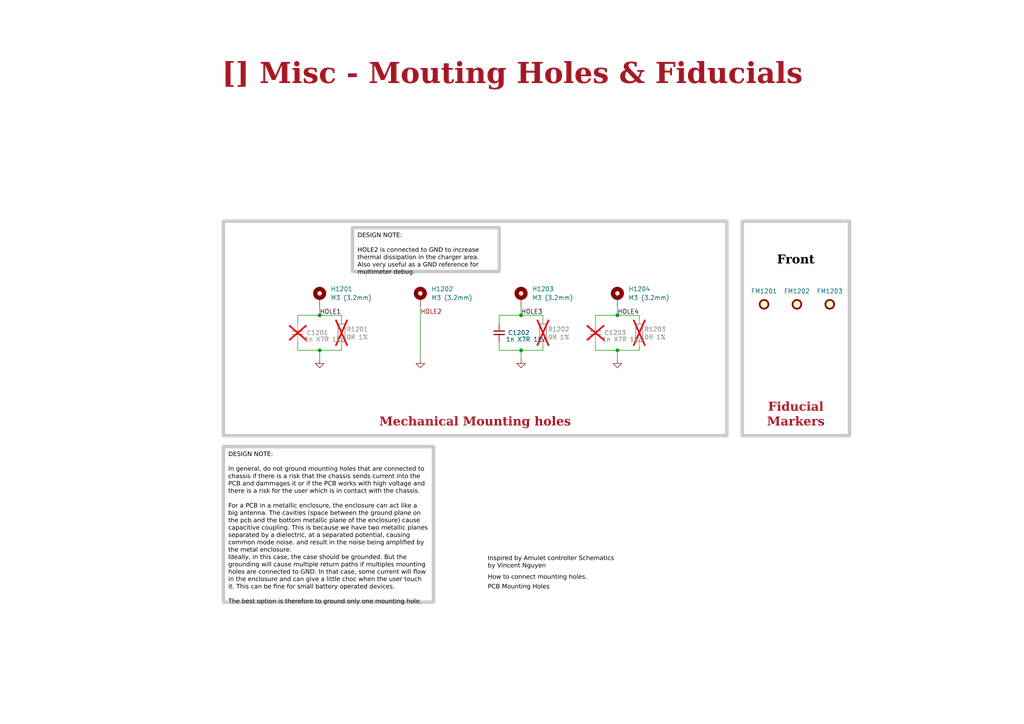
<source format=kicad_sch>
(kicad_sch (version 20250114) (generator "eeschema") (generator_version "9.0")
  (paper "A4")
  (title_block (title "Misc - Mouting Holes & Fiducials") (date "2025-09-04") (rev "${REVISION}") (company "${COMPANY}"))
  (lib_symbols
    (symbol "Device:C_Small" (pin_numbers (hide yes)) (pin_names (offset 0.254) (hide yes))
      (property "Reference" "C" (at 0.254 1.778 0))
      (property "Value" "C_Small" (at 0.254 -2.032 0))
      (symbol "C_Small_0_1"
        (polyline (pts (xy -1.524 0.508) (xy 1.524 0.508)) (stroke (width 0.3048)))
        (polyline (pts (xy -1.524 -0.508) (xy 1.524 -0.508)) (stroke (width 0.3302)))
      )
      (symbol "C_Small_1_1"
        (pin passive line (at 0 2.54 270) (length 2.032) (name "~") (number "1"))
        (pin passive line (at 0 -2.54 90) (length 2.032) (name "~") (number "2"))
      )
    )
    (symbol "Device:R" (pin_numbers (hide yes)) (pin_names (offset 0))
      (property "Reference" "R" (at 2.032 0 90))
      (property "Value" "R" (at 0 0 90))
      (symbol "R_0_1"
        (rectangle (start -1.016 -2.54) (end 1.016 2.54) (stroke (width 0.254)))
      )
      (symbol "R_1_1"
        (pin passive line (at 0 3.81 270) (length 1.27) (name "~") (number "1"))
        (pin passive line (at 0 -3.81 90) (length 1.27) (name "~") (number "2"))
      )
    )
    (symbol "Mechanical:Fiducial"
      (property "Reference" "FID" (at 0 5.08 0))
      (property "Value" "Fiducial" (at 0 3.175 0))
      (symbol "Fiducial_0_1"
        (circle (center 0 0) (radius 1.27) (stroke (width 0.508)) (fill (type background)))
      )
    )
    (symbol "Mechanical:MountingHole_Pad" (pin_numbers (hide yes)) (pin_names (offset 1.016) (hide yes))
      (property "Reference" "H" (at 0 6.35 0))
      (property "Value" "MountingHole_Pad" (at 0 4.445 0))
      (symbol "MountingHole_Pad_0_1"
        (circle (center 0 1.27) (radius 1.27) (stroke (width 1.27)))
      )
      (symbol "MountingHole_Pad_1_1"
        (pin input line (at 0 -2.54 90) (length 2.54) (name "1") (number "1"))
      )
    )
    (symbol "power:GND" (power) (pin_names (offset 0))
      (property "Value" "GND" (at 0 -3.81 0))
      (symbol "GND_0_1"
        (polyline (pts (xy 0 0) (xy 0 -1.27) (xy 1.27 -1.27) (xy 0 -2.54) (xy -1.27 -1.27) (xy 0 -1.27)))
      )
      (symbol "GND_1_1"
        (pin power_in line (at 0 0 270) (length 0) (hide yes) (name "GND") (number "1"))
      )
    )
  )
  (rectangle (start 215.265 64.135) (end 246.38 126.365) (stroke (width 1) (color 200 200 200 1)))
  (rectangle (start 64.77 64.135) (end 210.82 126.365) (stroke (width 1) (color 200 200 200 1)))
  (text "Inspired by Amulet controller Schematics\nby Vincent Nguyen" (at 141.478 165.354 0) (effects (font (size 1.27 1.27)) (justify left bottom)))
  (text "How to connect mounting holes." (at 141.478 168.656 0) (effects (font (size 1.27 1.27)) (justify left bottom)))
  (text "PCB Mounting Holes" (at 141.478 171.45 0) (effects (font (size 1.27 1.27)) (justify left bottom)))
  (text_box "Front" (at 215.265 69.215 0) (size 31.115 9.525) (margins 1.9049 1.9049 1.9049 1.9049) (stroke (width -0.0001)) (effects (font (size 2.54 2.54) (thickness 0.508) (bold yes)) (justify bottom)))
  (text_box "DESIGN NOTE:\n\nIn general, do not ground mounting holes that are connected to chassis if there is a risk that the chassis sends current into the PCB and dammages it or if the PCB works with high voltage and there is a risk for the user which is in contact with the chassis.\n\nFor a PCB in a metallic enclosure, the enclosure can act like a big antenna. The cavities (space between the ground plane on the pcb and the bottom metallic plane of the enclosure) cause capacitive coupling. This is because we have two metallic planes separated by a dielectric, at a separated potential, causing common mode noise. and result in the noise being amplified by the metal enclosure.  \nIdeally, in this case, the case should be grounded. But the grounding will cause multiple return paths if multiples mounting holes are connected to GND. In that case, some current will flow in the enclosure and can give a little choc when the user touch it. This can be fine for small battery operated devices.\n\nThe best option is therefore to ground only one mounting hole. " (at 64.77 129.54 0) (size 60.96 45.085) (margins 1.4525 1.4525 1.4525 1.4525) (stroke (width 1) (color 200 200 200 1)) (effects (font (size 1.27 1.27)) (justify left top)))
  (text_box "Fiducial Markers" (at 214.63 116.84 0) (size 32.385 8.89) (margins 1.9049 1.9049 1.9049 1.9049) (stroke (width -0.0001)) (effects (font (size 2.54 2.54) (thickness 0.508) (bold yes)) (justify bottom)))
  (text_box "DESIGN NOTE:\n\nHOLE2 is connected to GND to increase thermal dissipation in the charger area. Also very useful as a GND reference for multimeter debug." (at 102.235 66.04 0) (size 42.545 12.7) (margins 1.4525 1.4525 1.4525 1.4525) (stroke (width 1) (color 200 200 200 1)) (effects (font (size 1.27 1.27)) (justify left top)))
  (text_box "[${#}] ${TITLE}" (at 10.16 15.24 0) (size 276.86 12.7) (margins 4.4999 4.4999 4.4999 4.4999) (stroke (width -0.0001)) (effects (font (size 6 6) (thickness 1.2) (bold yes))))
  (text_box "Mechanical Mounting holes" (at 64.135 118.11 0) (size 147.32 7.62) (margins 1.9049 1.9049 1.9049 1.9049) (stroke (width -0.0001)) (effects (font (size 2.54 2.54) (thickness 0.508) (bold yes)) (justify bottom)))
  (junction (at 151.13 101.6))
  (junction (at 179.07 91.44))
  (junction (at 92.71 91.44))
  (junction (at 151.13 91.44))
  (junction (at 179.07 101.6))
  (junction (at 92.71 101.6))
  (wire (pts (xy 151.13 91.44) (xy 157.48 91.44)))
  (wire (pts (xy 99.06 91.44) (xy 99.06 92.71)))
  (wire (pts (xy 144.78 91.44) (xy 151.13 91.44)))
  (wire (pts (xy 172.72 99.06) (xy 172.72 101.6)))
  (wire (pts (xy 144.78 99.06) (xy 144.78 101.6)))
  (wire (pts (xy 92.71 91.44) (xy 99.06 91.44)))
  (wire (pts (xy 157.48 100.33) (xy 157.48 101.6)))
  (wire (pts (xy 157.48 91.44) (xy 157.48 92.71)))
  (wire (pts (xy 151.13 88.9) (xy 151.13 91.44)))
  (wire (pts (xy 121.92 88.9) (xy 121.92 104.14)))
  (wire (pts (xy 86.36 91.44) (xy 92.71 91.44)))
  (wire (pts (xy 92.71 101.6) (xy 92.71 104.14)))
  (wire (pts (xy 99.06 100.33) (xy 99.06 101.6)))
  (wire (pts (xy 179.07 88.9) (xy 179.07 91.44)))
  (wire (pts (xy 92.71 101.6) (xy 99.06 101.6)))
  (wire (pts (xy 151.13 101.6) (xy 151.13 104.14)))
  (wire (pts (xy 144.78 91.44) (xy 144.78 93.98)))
  (wire (pts (xy 179.07 91.44) (xy 185.42 91.44)))
  (wire (pts (xy 179.07 101.6) (xy 179.07 104.14)))
  (wire (pts (xy 86.36 91.44) (xy 86.36 93.98)))
  (wire (pts (xy 172.72 101.6) (xy 179.07 101.6)))
  (wire (pts (xy 86.36 99.06) (xy 86.36 101.6)))
  (wire (pts (xy 151.13 101.6) (xy 157.48 101.6)))
  (wire (pts (xy 86.36 101.6) (xy 92.71 101.6)))
  (wire (pts (xy 172.72 91.44) (xy 172.72 93.98)))
  (wire (pts (xy 185.42 100.33) (xy 185.42 101.6)))
  (wire (pts (xy 172.72 91.44) (xy 179.07 91.44)))
  (wire (pts (xy 185.42 91.44) (xy 185.42 92.71)))
  (wire (pts (xy 92.71 88.9) (xy 92.71 91.44)))
  (wire (pts (xy 179.07 101.6) (xy 185.42 101.6)))
  (wire (pts (xy 144.78 101.6) (xy 151.13 101.6)))
  (label "HOLE3" (at 151.13 91.44 0))
  (label "HOLE4" (at 179.07 91.44 0))
  (label "HOLE2" (at 121.92 91.44 0))
  (label "HOLE1" (at 92.71 91.44 0))
  (symbol (lib_id "Device:C_Small") (at 86.36 96.52 0) (unit 1) (dnp yes)
    (property "Reference" "C1201" (at 88.9 96.52 0) (effects (justify left)))
    (property "Value" "1n X7R 1kV" (at 88.265 98.425 0) (effects (justify left)))
    (property "Footprint" "Capacitor_SMD:C_0603_1608Metric" (effects (hide yes)))
    (property "Datasheet" "https://www.mouser.fr/datasheet/2/447/KEM_C1010_X7R_HV_SMD-3316377.pdf" (effects (hide yes)))
    (property "Description" "Multilayer Ceramic Capacitors MLCC - SMD/SMT 1000V 1kpF 0603 X7R 20%" (effects (hide yes)))
    (property "Manufacturer" "KEMET" (effects (hide yes)))
    (property "Manufacturer Part Number" "C0603C102MDRAC7081" (effects (hide yes)))
    (property "Supplier" "Mouser Electronics" (effects (hide yes)))
    (property "Supplier Part Number" "80-C0603C102MDRAC" (effects (hide yes)))
  )
  (symbol (lib_id "Mechanical:Fiducial") (at 231.14 88.265 0) (unit 1) (in_bom no)
    (property "Reference" "FM1202" (at 231.14 84.455 0))
    (property "Value" "Fiducial" (effects (hide yes)))
    (property "Footprint" "Charge_Manager_FP:Fiducial_1mm_Mask2mm" (effects (hide yes)))
  )
  (symbol (lib_id "Device:R") (at 157.48 96.52 0) (unit 1) (dnp yes)
    (property "Reference" "R1202" (at 162.052 95.504 0))
    (property "Value" "0R 1%" (at 162.052 97.79 0))
    (property "Footprint" "Resistor_SMD:R_0603_1608Metric" (effects (hide yes)))
    (property "Datasheet" "https://www.mouser.fr/datasheet/2/447/PYu_RC_Group_51_RoHS_L_11-1984063.pdf" (effects (hide yes)))
    (property "Description" "Resistor" (effects (hide yes)))
    (property "Manufacturer Part Number" "RC0603FR-100RL" (effects (hide yes)))
    (property "Supplier" "Mouser Electronics" (effects (hide yes)))
    (property "Manufacturer" "YAGEO" (effects (hide yes)))
    (property "Supplier Part Number" "603-RC0603FR-100RL" (effects (hide yes)))
  )
  (symbol (lib_id "power:GND") (at 121.92 104.14 0) (unit 1)
    (property "Reference" "#PWR01202" (effects (hide yes)))
    (property "Value" "GND" (effects (hide yes)))
  )
  (symbol (lib_id "Device:C_Small") (at 172.72 96.52 0) (unit 1) (dnp yes)
    (property "Reference" "C1203" (at 175.26 96.52 0) (effects (justify left)))
    (property "Value" "1n X7R 1kV" (at 174.625 98.425 0) (effects (justify left)))
    (property "Footprint" "Capacitor_SMD:C_0603_1608Metric" (effects (hide yes)))
    (property "Datasheet" "https://www.mouser.fr/datasheet/2/447/KEM_C1010_X7R_HV_SMD-3316377.pdf" (effects (hide yes)))
    (property "Description" "Multilayer Ceramic Capacitors MLCC - SMD/SMT 1000V 1kpF 0603 X7R 20%" (effects (hide yes)))
    (property "Manufacturer" "KEMET" (effects (hide yes)))
    (property "Manufacturer Part Number" "C0603C102MDRAC7081" (effects (hide yes)))
    (property "Supplier" "Mouser Electronics" (effects (hide yes)))
    (property "Supplier Part Number" "80-C0603C102MDRAC" (effects (hide yes)))
  )
  (symbol (lib_id "power:GND") (at 151.13 104.14 0) (unit 1)
    (property "Reference" "#PWR01203" (effects (hide yes)))
    (property "Value" "GND" (effects (hide yes)))
  )
  (symbol (lib_id "Device:R") (at 185.42 96.52 0) (unit 1) (dnp yes)
    (property "Reference" "R1203" (at 189.992 95.504 0))
    (property "Value" "0R 1%" (at 189.992 97.79 0))
    (property "Footprint" "Resistor_SMD:R_0603_1608Metric" (effects (hide yes)))
    (property "Datasheet" "https://www.mouser.fr/datasheet/2/447/PYu_RC_Group_51_RoHS_L_11-1984063.pdf" (effects (hide yes)))
    (property "Description" "Resistor" (effects (hide yes)))
    (property "Manufacturer Part Number" "RC0603FR-100RL" (effects (hide yes)))
    (property "Supplier" "Mouser Electronics" (effects (hide yes)))
    (property "Manufacturer" "YAGEO" (effects (hide yes)))
    (property "Supplier Part Number" "603-RC0603FR-100RL" (effects (hide yes)))
  )
  (symbol (lib_id "Mechanical:Fiducial") (at 221.615 88.265 0) (unit 1) (in_bom no)
    (property "Reference" "FM1201" (at 221.615 84.455 0))
    (property "Value" "Fiducial" (effects (hide yes)))
    (property "Footprint" "Charge_Manager_FP:Fiducial_1mm_Mask2mm" (effects (hide yes)))
  )
  (symbol (lib_id "Device:R") (at 99.06 96.52 0) (unit 1) (dnp yes)
    (property "Reference" "R1201" (at 103.632 95.504 0))
    (property "Value" "0R 1%" (at 103.632 97.79 0))
    (property "Footprint" "Resistor_SMD:R_0603_1608Metric" (effects (hide yes)))
    (property "Datasheet" "https://www.mouser.fr/datasheet/2/447/PYu_RC_Group_51_RoHS_L_11-1984063.pdf" (effects (hide yes)))
    (property "Description" "Resistor" (effects (hide yes)))
    (property "Manufacturer Part Number" "RC0603FR-100RL" (effects (hide yes)))
    (property "Supplier" "Mouser Electronics" (effects (hide yes)))
    (property "Manufacturer" "YAGEO" (effects (hide yes)))
    (property "Supplier Part Number" "603-RC0603FR-100RL" (effects (hide yes)))
  )
  (symbol (lib_id "Mechanical:MountingHole_Pad") (at 151.13 86.36 0) (unit 1) (in_bom no)
    (property "Reference" "H1203" (at 154.305 83.8199 0) (effects (justify left)))
    (property "Value" "M3 (3.2mm)" (at 154.305 86.3599 0) (effects (justify left)))
    (property "Footprint" "MountingHole:MountingHole_3.2mm_M3_Pad_Via" (effects (hide yes)))
  )
  (symbol (lib_id "power:GND") (at 92.71 104.14 0) (unit 1)
    (property "Reference" "#PWR01201" (effects (hide yes)))
    (property "Value" "GND" (effects (hide yes)))
  )
  (symbol (lib_id "power:GND") (at 179.07 104.14 0) (unit 1)
    (property "Reference" "#PWR01204" (effects (hide yes)))
    (property "Value" "GND" (effects (hide yes)))
  )
  (symbol (lib_id "Device:C_Small") (at 144.78 96.52 0) (unit 1)
    (property "Reference" "C1202" (at 147.32 96.52 0) (effects (justify left)))
    (property "Value" "1n X7R 1kV" (at 146.685 98.425 0) (effects (justify left)))
    (property "Footprint" "Capacitor_SMD:C_0603_1608Metric" (effects (hide yes)))
    (property "Datasheet" "https://www.mouser.fr/datasheet/2/447/KEM_C1010_X7R_HV_SMD-3316377.pdf" (effects (hide yes)))
    (property "Description" "Multilayer Ceramic Capacitors MLCC - SMD/SMT 1000V 1kpF 0603 X7R 20%" (effects (hide yes)))
    (property "Manufacturer" "KEMET" (effects (hide yes)))
    (property "Manufacturer Part Number" "C0603C102MDRAC7081" (effects (hide yes)))
    (property "Supplier" "Mouser Electronics" (effects (hide yes)))
    (property "Supplier Part Number" "80-C0603C102MDRAC" (effects (hide yes)))
  )
  (symbol (lib_id "Mechanical:MountingHole_Pad") (at 121.92 86.36 0) (unit 1) (in_bom no)
    (property "Reference" "H1202" (at 125.095 83.8199 0) (effects (justify left)))
    (property "Value" "M3 (3.2mm)" (at 125.095 86.3599 0) (effects (justify left)))
    (property "Footprint" "MountingHole:MountingHole_3.2mm_M3_Pad_Via" (effects (hide yes)))
  )
  (symbol (lib_id "Mechanical:MountingHole_Pad") (at 179.07 86.36 0) (unit 1) (in_bom no)
    (property "Reference" "H1204" (at 182.245 83.8199 0) (effects (justify left)))
    (property "Value" "M3 (3.2mm)" (at 182.245 86.3599 0) (effects (justify left)))
    (property "Footprint" "MountingHole:MountingHole_3.2mm_M3_Pad_Via" (effects (hide yes)))
  )
  (symbol (lib_id "Mechanical:Fiducial") (at 240.665 88.265 0) (unit 1) (in_bom no)
    (property "Reference" "FM1203" (at 240.665 84.455 0))
    (property "Value" "Fiducial" (effects (hide yes)))
    (property "Footprint" "Charge_Manager_FP:Fiducial_1mm_Mask2mm" (effects (hide yes)))
  )
  (symbol (lib_id "Mechanical:MountingHole_Pad") (at 92.71 86.36 0) (unit 1) (in_bom no)
    (property "Reference" "H1201" (at 95.885 83.8199 0) (effects (justify left)))
    (property "Value" "M3 (3.2mm)" (at 95.885 86.3599 0) (effects (justify left)))
    (property "Footprint" "MountingHole:MountingHole_3.2mm_M3_Pad_Via" (effects (hide yes)))
  )
)
</source>
